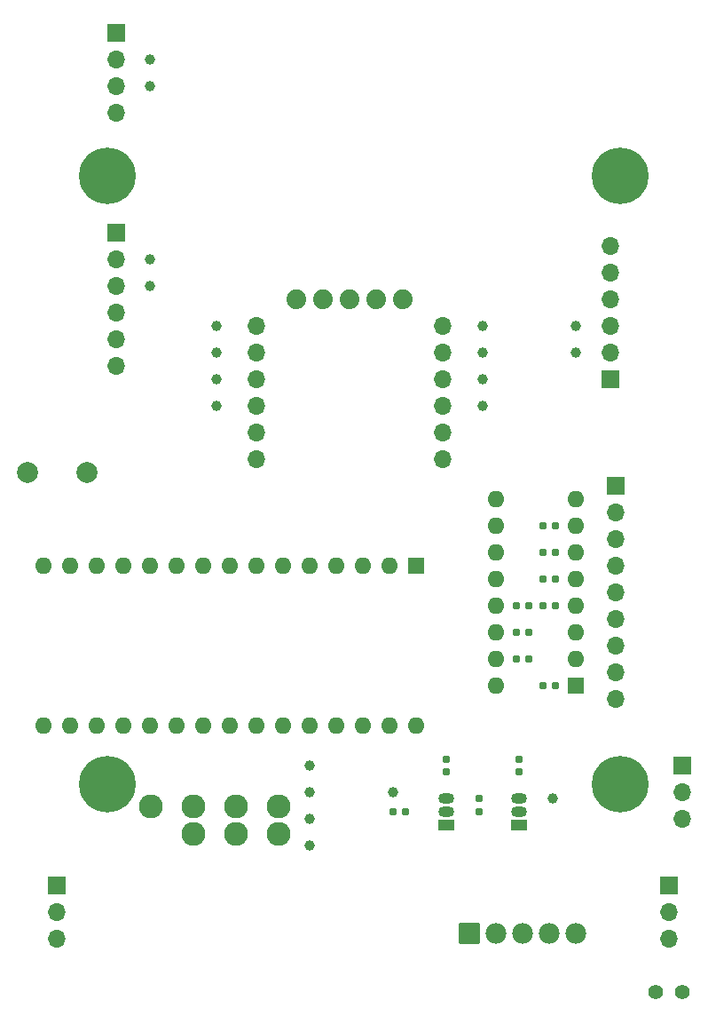
<source format=gbr>
%TF.GenerationSoftware,KiCad,Pcbnew,8.0.1*%
%TF.CreationDate,2024-08-15T18:35:28+01:00*%
%TF.ProjectId,ProjectALIENMainBoard,50726f6a-6563-4744-916c-69656e4d6169,1.0*%
%TF.SameCoordinates,Original*%
%TF.FileFunction,Soldermask,Top*%
%TF.FilePolarity,Negative*%
%FSLAX46Y46*%
G04 Gerber Fmt 4.6, Leading zero omitted, Abs format (unit mm)*
G04 Created by KiCad (PCBNEW 8.0.1) date 2024-08-15 18:35:28*
%MOMM*%
%LPD*%
G01*
G04 APERTURE LIST*
G04 Aperture macros list*
%AMRoundRect*
0 Rectangle with rounded corners*
0 $1 Rounding radius*
0 $2 $3 $4 $5 $6 $7 $8 $9 X,Y pos of 4 corners*
0 Add a 4 corners polygon primitive as box body*
4,1,4,$2,$3,$4,$5,$6,$7,$8,$9,$2,$3,0*
0 Add four circle primitives for the rounded corners*
1,1,$1+$1,$2,$3*
1,1,$1+$1,$4,$5*
1,1,$1+$1,$6,$7*
1,1,$1+$1,$8,$9*
0 Add four rect primitives between the rounded corners*
20,1,$1+$1,$2,$3,$4,$5,0*
20,1,$1+$1,$4,$5,$6,$7,0*
20,1,$1+$1,$6,$7,$8,$9,0*
20,1,$1+$1,$8,$9,$2,$3,0*%
G04 Aperture macros list end*
%ADD10C,1.879600*%
%ADD11C,1.000000*%
%ADD12RoundRect,0.160000X0.197500X0.160000X-0.197500X0.160000X-0.197500X-0.160000X0.197500X-0.160000X0*%
%ADD13R,1.600000X1.600000*%
%ADD14O,1.600000X1.600000*%
%ADD15C,5.400000*%
%ADD16RoundRect,0.160000X-0.197500X-0.160000X0.197500X-0.160000X0.197500X0.160000X-0.197500X0.160000X0*%
%ADD17O,1.700000X1.700000*%
%ADD18R,1.700000X1.700000*%
%ADD19R,1.500000X1.050000*%
%ADD20O,1.500000X1.050000*%
%ADD21RoundRect,0.160000X-0.160000X0.197500X-0.160000X-0.197500X0.160000X-0.197500X0.160000X0.197500X0*%
%ADD22C,1.400000*%
%ADD23C,2.000000*%
%ADD24RoundRect,0.101600X-0.889000X0.889000X-0.889000X-0.889000X0.889000X-0.889000X0.889000X0.889000X0*%
%ADD25C,1.981200*%
%ADD26C,2.286000*%
G04 APERTURE END LIST*
D10*
%TO.C,J8*%
X132080000Y-83820000D03*
X134620000Y-83820000D03*
X137160000Y-83820000D03*
X139700000Y-83820000D03*
X142240000Y-83820000D03*
%TD*%
D11*
%TO.C,TP9*%
X124421974Y-86321974D03*
%TD*%
D12*
%TO.C,R6*%
X156807500Y-107950000D03*
X155612500Y-107950000D03*
%TD*%
D11*
%TO.C,TP20*%
X158750000Y-88900000D03*
%TD*%
%TO.C,TP11*%
X124421974Y-91401974D03*
%TD*%
D13*
%TO.C,A1*%
X143510000Y-109230000D03*
D14*
X140970000Y-109230000D03*
X138430000Y-109230000D03*
X135890000Y-109230000D03*
X133350000Y-109230000D03*
X130810000Y-109230000D03*
X128270000Y-109230000D03*
X125730000Y-109230000D03*
X123190000Y-109230000D03*
X120650000Y-109230000D03*
X118110000Y-109230000D03*
X115570000Y-109230000D03*
X113030000Y-109230000D03*
X110490000Y-109230000D03*
X107950000Y-109230000D03*
X107950000Y-124470000D03*
X110490000Y-124470000D03*
X113030000Y-124470000D03*
X115570000Y-124470000D03*
X118110000Y-124470000D03*
X120650000Y-124470000D03*
X123190000Y-124470000D03*
X125730000Y-124470000D03*
X128270000Y-124470000D03*
X130810000Y-124470000D03*
X133350000Y-124470000D03*
X135890000Y-124470000D03*
X138430000Y-124470000D03*
X140970000Y-124470000D03*
X143510000Y-124470000D03*
%TD*%
D15*
%TO.C,H4*%
X163000000Y-72000000D03*
%TD*%
D11*
%TO.C,TP8*%
X133350000Y-135890000D03*
%TD*%
D12*
%TO.C,R1*%
X142516899Y-132688321D03*
X141321899Y-132688321D03*
%TD*%
D16*
%TO.C,R11*%
X153072500Y-118110000D03*
X154267500Y-118110000D03*
%TD*%
D11*
%TO.C,TP12*%
X124421974Y-93941974D03*
%TD*%
D16*
%TO.C,R9*%
X153072500Y-113030000D03*
X154267500Y-113030000D03*
%TD*%
D17*
%TO.C,M1*%
X146011974Y-86321974D03*
X146011974Y-88861974D03*
X146011974Y-91401974D03*
X146011974Y-93941974D03*
X146011974Y-96481974D03*
X146011974Y-99021974D03*
X128231974Y-99021974D03*
X128231974Y-96481974D03*
X128231974Y-93941974D03*
X128231974Y-91401974D03*
X128231974Y-88861974D03*
X128231974Y-86321974D03*
%TD*%
D16*
%TO.C,R10*%
X153072500Y-115570000D03*
X154267500Y-115570000D03*
%TD*%
D11*
%TO.C,TP15*%
X149821974Y-91401974D03*
%TD*%
D15*
%TO.C,H1*%
X114000000Y-72000000D03*
%TD*%
D11*
%TO.C,TP3*%
X141284399Y-130783321D03*
%TD*%
D15*
%TO.C,H3*%
X163000000Y-130000000D03*
%TD*%
D13*
%TO.C,U1*%
X158750000Y-120650000D03*
D14*
X158750000Y-118110000D03*
X158750000Y-115570000D03*
X158750000Y-113030000D03*
X158750000Y-110490000D03*
X158750000Y-107950000D03*
X158750000Y-105410000D03*
X158750000Y-102870000D03*
X151130000Y-102870000D03*
X151130000Y-105410000D03*
X151130000Y-107950000D03*
X151130000Y-110490000D03*
X151130000Y-113030000D03*
X151130000Y-115570000D03*
X151130000Y-118110000D03*
X151130000Y-120650000D03*
%TD*%
D12*
%TO.C,R8*%
X156807500Y-113030000D03*
X155612500Y-113030000D03*
%TD*%
D11*
%TO.C,TP16*%
X149821974Y-93941974D03*
%TD*%
D18*
%TO.C,J9*%
X167640000Y-139700000D03*
D17*
X167640000Y-142240000D03*
X167640000Y-144780000D03*
%TD*%
D11*
%TO.C,TP2*%
X118110000Y-63500000D03*
%TD*%
D19*
%TO.C,Q2*%
X153349399Y-133958321D03*
D20*
X153349399Y-132688321D03*
X153349399Y-131418321D03*
%TD*%
D11*
%TO.C,TP7*%
X133350000Y-133350000D03*
%TD*%
D21*
%TO.C,R3*%
X149539399Y-131418321D03*
X149539399Y-132613321D03*
%TD*%
D22*
%TO.C,GND1*%
X166370000Y-149860000D03*
X168910000Y-149860000D03*
%TD*%
D11*
%TO.C,TP19*%
X158750000Y-86360000D03*
%TD*%
D23*
%TO.C,SW1*%
X106395000Y-100330000D03*
X112045000Y-100330000D03*
%TD*%
D11*
%TO.C,TP6*%
X133350000Y-130810000D03*
%TD*%
%TO.C,TP1*%
X118110000Y-60960000D03*
%TD*%
%TO.C,TP5*%
X133350000Y-128270000D03*
%TD*%
D12*
%TO.C,R7*%
X156807500Y-110490000D03*
X155612500Y-110490000D03*
%TD*%
D11*
%TO.C,TP4*%
X156524399Y-131418321D03*
%TD*%
%TO.C,TP13*%
X149821974Y-86321974D03*
%TD*%
D15*
%TO.C,H2*%
X114000000Y-130000000D03*
%TD*%
D21*
%TO.C,R4*%
X153349399Y-127645821D03*
X153349399Y-128840821D03*
%TD*%
D11*
%TO.C,TP14*%
X149821974Y-88861974D03*
%TD*%
D12*
%TO.C,R5*%
X156807500Y-105410000D03*
X155612500Y-105410000D03*
%TD*%
D11*
%TO.C,TP18*%
X118110000Y-80010000D03*
%TD*%
%TO.C,TP17*%
X118110000Y-82550000D03*
%TD*%
D18*
%TO.C,J1*%
X162560000Y-101600000D03*
D17*
X162560000Y-104140000D03*
X162560000Y-106680000D03*
X162560000Y-109220000D03*
X162560000Y-111760000D03*
X162560000Y-114300000D03*
X162560000Y-116840000D03*
X162560000Y-119380000D03*
X162560000Y-121920000D03*
%TD*%
D12*
%TO.C,R12*%
X156807500Y-120650000D03*
X155612500Y-120650000D03*
%TD*%
D11*
%TO.C,TP10*%
X124421974Y-88861974D03*
%TD*%
D19*
%TO.C,Q1*%
X146364399Y-133958321D03*
D20*
X146364399Y-132688321D03*
X146364399Y-131418321D03*
%TD*%
D18*
%TO.C,J10*%
X109220000Y-139700000D03*
D17*
X109220000Y-142240000D03*
X109220000Y-144780000D03*
%TD*%
D21*
%TO.C,R2*%
X146364399Y-127645821D03*
X146364399Y-128840821D03*
%TD*%
D18*
%TO.C,J6*%
X114865000Y-58430000D03*
D17*
X114865000Y-60970000D03*
X114865000Y-63510000D03*
X114865000Y-66050000D03*
%TD*%
D24*
%TO.C,J7*%
X148590000Y-144250000D03*
D25*
X151130000Y-144250000D03*
X153670000Y-144250000D03*
X156210000Y-144250000D03*
X158750000Y-144250000D03*
%TD*%
D18*
%TO.C,J4*%
X161995000Y-91440000D03*
D17*
X161995000Y-88900000D03*
X161995000Y-86360000D03*
X161995000Y-83820000D03*
X161995000Y-81280000D03*
X161995000Y-78740000D03*
%TD*%
D18*
%TO.C,J5*%
X168910000Y-128270000D03*
D17*
X168910000Y-130810000D03*
X168910000Y-133350000D03*
%TD*%
D26*
%TO.C,J2*%
X118162569Y-132179026D03*
X122226569Y-132179026D03*
X126290569Y-132179026D03*
X130354569Y-132179026D03*
X130354569Y-134790426D03*
X126290569Y-134790426D03*
X122226569Y-134790426D03*
%TD*%
D18*
%TO.C,J3*%
X114865000Y-77470000D03*
D17*
X114865000Y-80010000D03*
X114865000Y-82550000D03*
X114865000Y-85090000D03*
X114865000Y-87630000D03*
X114865000Y-90170000D03*
%TD*%
M02*

</source>
